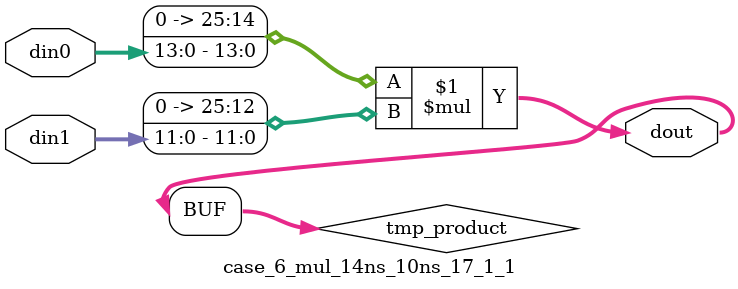
<source format=v>

`timescale 1 ns / 1 ps

 (* use_dsp = "no" *)  module case_6_mul_14ns_10ns_17_1_1(din0, din1, dout);
parameter ID = 1;
parameter NUM_STAGE = 0;
parameter din0_WIDTH = 14;
parameter din1_WIDTH = 12;
parameter dout_WIDTH = 26;

input [din0_WIDTH - 1 : 0] din0; 
input [din1_WIDTH - 1 : 0] din1; 
output [dout_WIDTH - 1 : 0] dout;

wire signed [dout_WIDTH - 1 : 0] tmp_product;
























assign tmp_product = $signed({1'b0, din0}) * $signed({1'b0, din1});











assign dout = tmp_product;





















endmodule

</source>
